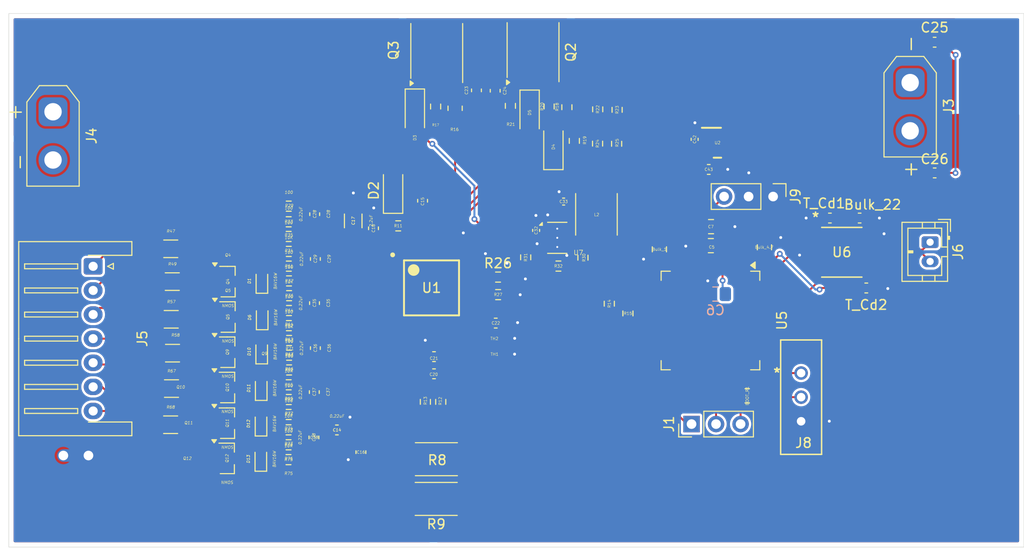
<source format=kicad_pcb>
(kicad_pcb (version 20241229) (generator "pcbnew") (generator_version "9.0")
  (layers (0 "F.Cu" signal) (2 "B.Cu" signal) (13 "F.Paste" user) (15 "B.Paste" user) (5 "F.SilkS" user "F.Silkscreen") (7 "B.SilkS" user "B.Silkscreen") (1 "F.Mask" user) (3 "B.Mask" user) (25 "Edge.Cuts" user))
  (net 0 "")
  (net 1 "Net-(J8-Pin_2)")
  (net 2 "/SWCLK")
  (net 3 "5V")
  (net 4 "Net-(U1-VC5)")
  (net 5 "VBAT")
  (net 6 "Net-(D6-K)")
  (net 7 "Net-(D1-K)")
  (net 8 "BAT+")
  (net 9 "Net-(D2-K)")
  (net 10 "Net-(D3-K)")
  (net 11 "DSG")
  (net 12 "Net-(D4-A)")
  (net 13 "PACK+")
  (net 14 "Net-(D5-K)")
  (net 15 "/SWDIO")
  (net 16 "/NRST")
  (net 17 "PACK-")
  (net 18 "BAT-")
  (net 19 "Cell 2")
  (net 20 "Cell 4")
  (net 21 "Cell 5")
  (net 22 "Cell 3")
  (net 23 "3.3v")
  (net 24 "Net-(U7-SW)")
  (net 27 "Net-(D10-K)")
  (net 29 "Net-(U1-VC4)")
  (net 30 "PACK")
  (net 34 "CHG")
  (net 35 "Net-(U1-TS3)")
  (net 36 "LD")
  (net 38 "Net-(D11-K)")
  (net 39 "Net-(U1-VC10)")
  (net 41 "Net-(U1-CP1)")
  (net 43 "Net-(D12-K)")
  (net 46 "Net-(U1-VC0)")
  (net 48 "SDA")
  (net 50 "Net-(U1-REG18)")
  (net 51 "Net-(U1-VC2)")
  (net 52 "Cell 1")
  (net 53 "Net-(U1-VC3)")
  (net 54 "Net-(D13-K)")
  (net 56 "SCL")
  (net 57 "Net-(U1-BAT)")
  (net 58 "SRN")
  (net 59 "Net-(U1-TS1)")
  (net 61 "Net-(U1-VC1)")
  (net 63 "SRP")
  (net 65 "Cell 6")
  (net 66 "Q_D")
  (net 86 "FDCAN_TX")
  (net 105 "FDCAN_RX")
  (net 111 "CAN+")
  (net 112 "CAN-")
  (net 113 "Net-(U7-PG)")
  (net 114 "Net-(U7-FB)")
  (net 115 "Net-(U1-RST_SHUT)")
  (net 116 "Net-(C23-Pad1)")
  (net 117 "Net-(C25-Pad1)")
  (net 118 "Net-(U1-HDQ)")
  (net 119 "Net-(R18-Pad2)")
  (net 120 "Net-(R22-Pad1)")
  (net 121 "Net-(R23-Pad1)")
  (net 122 "Net-(Q4-D)")
  (net 123 "Net-(Q5-D)")
  (net 124 "Net-(Q9-D)")
  (net 125 "Net-(Q10-D)")
  (net 126 "Net-(Q11-D)")
  (net 127 "Net-(Q12-D)")
  (net 132 "GND")
  (net 133 "Cell (Stack Bottom)")
  (footprint "Capacitor_SMD:C_0603_1608Metric" (layer "F.Cu") (at 64.73 36.815 -90)
    (property "Reference" "C15")
    (property "Value" "0.47uF")
  )
  (footprint "Resistor_SMD:R_0603_1608Metric_Pad0.98x0.95mm_HandSolder" (layer "F.Cu") (at 66.08 27.0475 90)
    (property "Reference" "R17")
    (property "Value" "10M")
  )
  (footprint "Resistor_SMD:R_0603_1608Metric_Pad0.98x0.95mm_HandSolder" (layer "F.Cu") (at 50.88 49.7675 180)
    (property "Reference" "R62")
    (property "Value" "100")
  )
  (footprint "Capacitor_SMD:C_0805_2012Metric_Pad1.18x1.45mm_HandSolder" (layer "F.Cu") (at 100.14 41.6425 90)
    (property "Reference" "Bulk_4.7")
    (property "Value" "4.7uF")
  )
  (footprint "Diode_SMD:D_SOD-123" (layer "F.Cu") (at 63.93 27.59 -90)
    (property "Reference" "D3")
    (property "Value" "16V MMSZ5246B-7-F")
  )
  (footprint "Resistor_SMD:R_0603_1608Metric_Pad0.98x0.95mm_HandSolder" (layer "F.Cu") (at 50.8725 43.5975 180)
    (property "Reference" "R61" (hide yes))
    (property "Value" "100")
  )
  (footprint "Package_TO_SOT_SMD:SOT-23_Handsoldering" (layer "F.Cu") (at 44.495 59.8775)
    (property "Reference" "Q11")
    (property "Value" "NMOS")
  )
  (footprint "Resistor_SMD:R_0603_1608Metric_Pad0.98x0.95mm_HandSolder" (layer "F.Cu") (at 50.84 63.6575 180)
    (property "Reference" "R75")
    (property "Value" "10K")
  )
  (footprint "Resistor_SMD:R_0603_1608Metric_Pad0.98x0.95mm_HandSolder" (layer "F.Cu") (at 50.8475 60.5675 180)
    (property "Reference" "R73")
    (property "Value" "10K")
  )
  (footprint "Capacitor_SMD:C_0805_2012Metric_Pad1.18x1.45mm_HandSolder" (layer "F.Cu") (at 94.59 41.47 180)
    (property "Reference" "C5")
    (property "Value" "100nF")
  )
  (footprint "Capacitor_SMD:C_0603_1608Metric" (layer "F.Cu") (at 94.37 33.57 180)
    (property "Reference" "C43")
    (property "Value" "1uF")
  )
  (footprint "Resistor_SMD:R_0603_1608Metric_Pad0.98x0.95mm_HandSolder" (layer "F.Cu") (at 66.61 57.6675 -90)
    (property "Reference" "R12")
    (property "Value" "100")
  )
  (footprint "Capacitor_SMD:C_0603_1608Metric" (layer "F.Cu") (at 65.914 52.978 180)
    (property "Reference" "C21")
    (property "Value" "100pF")
  )
  (footprint "Diode_SMD:D_SOD-123" (layer "F.Cu") (at 78.28 31.2275 90)
    (property "Reference" "D4")
    (property "Value" "100V")
  )
  (footprint "Diode_SMD:D_SOD-523" (layer "F.Cu") (at 48.085 45.145 90)
    (property "Reference" "D1")
    (property "Value" "BAV16W")
  )
  (footprint "Capacitor_SMD:C_0402_1005Metric" (layer "F.Cu") (at 79.34 36.9 180)
    (property "Reference" "C33")
    (property "Value" "22uF")
  )
  (footprint "Resistor_SMD:R_0603_1608Metric_Pad0.98x0.95mm_HandSolder" (layer "F.Cu") (at 82.855 30.8925 90)
    (property "Reference" "R24")
    (property "Value" "5.1k")
  )
  (footprint "Package_TO_SOT_SMD:TDSON-8-1" (layer "F.Cu") (at 66.195 21.5025 90)
    (property "Reference" "Q3")
    (property "Value" "CSD17327Q5A")
  )
  (footprint "Resistor_SMD:R_1206_3216Metric" (layer "F.Cu") (at 38.6925 49.1075)
    (property "Reference" "R57")
    (property "Value" "25")
  )
  (footprint "Capacitor_SMD:C_0402_1005Metric" (layer "F.Cu") (at 76.49 39.89 90)
    (property "Reference" "C32")
    (property "Value" "2.2uF")
  )
  (footprint "Diode_SMD:D_SOD-123" (layer "F.Cu") (at 61.675 35.7575 90)
    (property "Reference" "D2")
    (property "Value" "BAV16W")
  )
  (footprint "custom_components:THRMC1608X95N" (layer "F.Cu") (at 72.165 51.11)
    (property "Reference" "TH2")
    (property "Value" "Thermistor_NTC_US")
  )
  (footprint "Capacitor_SMD:C_0603_1608Metric" (layer "F.Cu") (at 53.475 61.3525 -90)
    (property "Reference" "C38")
    (property "Value" "0.22uF")
  )
  (footprint "custom_components:SOIC8_4P9X3P9MC_MCH" (layer "F.Cu") (at 108.1537 42.155)
    (property "Reference" "U6")
    (property "Value" "ATA6561-GAQW-N")
  )
  (footprint "Package_TO_SOT_SMD:SOT-23_Handsoldering" (layer "F.Cu") (at 44.505 56.1775)
    (property "Reference" "Q10")
    (property "Value" "NMOS")
  )
  (footprint "Capacitor_SMD:C_0603_1608Metric" (layer "F.Cu") (at 58.34 62.8825 -90)
    (property "Reference" "C16")
    (property "Value" "0.22uF")
  )
  (footprint "Capacitor_SMD:C_0805_2012Metric_Pad1.18x1.45mm_HandSolder" (layer "F.Cu") (at 89.26 41.8525 90)
    (property "Reference" "Bulk_1")
    (property "Value" "1uF")
  )
  (footprint "Resistor_SMD:R_0603_1608Metric_Pad0.98x0.95mm_HandSolder" (layer "F.Cu") (at 50.89 48.1975 180)
    (property "Reference" "R64")
    (property "Value" "100")
  )
  (footprint "Diode_SMD:D_SOD-523" (layer "F.Cu") (at 47.995 59.945 90)
    (property "Reference" "D12")
    (property "Value" "BAV16W")
  )
  (footprint "Resistor_SMD:R_0603_1608Metric_Pad0.98x0.95mm_HandSolder" (layer "F.Cu") (at 86 48.4975 90)
    (property "Reference" "R15")
    (property "Value" "4.7k")
  )
  (footprint "Capacitor_SMD:C_0603_1608Metric" (layer "F.Cu") (at 117.775 33.93)
    (property "Reference" "C26")
    (property "Value" "0.1uF")
  )
  (footprint "Capacitor_SMD:C_0402_1005Metric_Pad0.74x0.62mm_HandSolder" (layer "F.Cu") (at 92.91 30.45 90)
    (property "Reference" "C42")
    (property "Value" "0.1uF")
  )
  (footprint "Resistor_SMD:R_2512_6332Metric" (layer "F.Cu") (at 66.1425 67.73 180)
    (property "Reference" "R9")
    (property "Value" "0.004")
  )
  (footprint "Diode_SMD:D_SOD-523" (layer "F.Cu") (at 48.015 56.255 90)
    (property "Reference" "D11")
    (property "Value" "BAV16W")
  )
  (footprint "custom_components:THRMC1608X95N" (layer "F.Cu") (at 72.18 52.73 180)
    (property "Reference" "TH1")
    (property "Value" "Thermistor_NTC_US")
  )
  (footprint "Package_TO_SOT_SMD:SOT-23_Handsoldering" (layer "F.Cu") (at 44.555 45.2)
    (property "Reference" "Q4")
    (property "Value" "NMOS")
  )
  (footprint "Resistor_SMD:R_0805_2012Metric_Pad1.20x1.40mm_HandSolder" (layer "F.Cu") (at 98.36 57.04)
    (property "Reference" "BOOT_R1")
    (property "Value" "10k")
  )
  (footprint "Package_QFP:LQFP-64_10x10mm_P0.5mm" (layer "F.Cu") (at 94.55 49.23 -90)
    (property "Reference" "U5")
    (property "Value" "STM32G0B1RETx")
  )
  (footprint "Resistor_SMD:R_0603_1608Metric_Pad0.98x0.95mm_HandSolder" (layer "F.Cu") (at 50.8475 62.1175 180)
    (property "Reference" "R76")
    (property "Value" "100")
  )
  (footprint "Inductor_SMD:L_Coilcraft_XxL4040" (layer "F.Cu") (at 82.74 38.225 90)
    (property "Reference" "L2")
    (property "Value" "10uH")
  )
  (footprint "Resistor_SMD:R_1206_3216Metric" (layer "F.Cu") (at 38.6325 60.0375)
    (property "Reference" "R68")
    (property "Value" "25")
  )
  (footprint "Resistor_SMD:R_1206_3216Metric" (layer "F.Cu") (at 38.8025 45.1975)
    (property "Reference" "R49")
    (property "Value" "25")
  )
  (footprint "Capacitor_SMD:C_0603_1608Metric" (layer "F.Cu") (at 70.31 25.37 -90)
    (property "Reference" "C23")
    (property "Value" "0.1uF")
  )
  (footprint "Resistor_SMD:R_0603_1608Metric_Pad0.98x0.95mm_HandSolder" (layer "F.Cu") (at 62.205 39.42 180)
    (property "Reference" "R11")
    (property "Value" "100")
  )
  (footprint "Capacitor_SMD:C_0603_1608Metric" (layer "F.Cu") (at 53.535 47.4275 -90)
    (property "Reference" "C35")
    (property "Value" "0.22uF")
  )
  (footprint "Capacitor_SMD:C_0603_1608Metric" (layer "F.Cu") (at 59.645 39.67 -90)
    (property "Reference" "C18")
    (property "Value" "100pF")
  )
  (footprint "custom_components:PFB0048A_L" (layer "F.Cu") (at 65.655 45.85)
    (property "Reference" "U1")
    (property "Value" "PBQ76942PFBT")
  )
  (footprint "Resistor_SMD:R_1206_3216Metric" (layer "F.Cu") (at 38.645 41.7975)
    (property "Reference" "R47")
    (property "Value" "25")
  )
  (footprint "custom_components:DBV0005A_L" (layer "F.Cu") (at 95.285001 30.800002)
    (property "Reference" "U2")
    (property "Value" "TLV70430DBVR" (hide yes))
  )
  (footprint "Capacitor_SMD:C_0603_1608Metric" (layer "F.Cu") (at 55.855 60.5775 180)
    (property "Reference" "C14")
    (property "Value" "0.22uF")
  )
  (footprint "Capacitor_SMD:C_0603_1608Metric" (layer "F.Cu") (at 53.515 56.6525 -90)
    (property "Reference" "C37")
    (property "Value" "0.22uF")
  )
  (footprint "Capacitor_SMD:C_1206_3216Metric" (layer "F.Cu") (at 57.545 38.905 90)
    (property "Reference" "C17")
    (property "Value" "2.2uF")
  )
  (footprint "Capacitor_SMD:C_0603_1608Metric" (layer "F.Cu") (at 110.0025 38.61)
    (property "Reference" "Bulk_22")
    (property "Value" "22uF")
  )
  (footprint "Capacitor_SMD:C_0603_1608Metric" (layer "F.Cu") (at 53.555 38.2075 -90)
    (property "Reference" "C28")
    (property "Value" "0.22uF")
  )
  (footprint "Capacitor_SMD:C_0603_1608Metric" (layer "F.Cu") (at 72.25 25.41 90)
    (property "Reference" "C24")
    (property "Value" "0.1uF")
  )
  (footprint "Package_TO_SOT_SMD:SOT-23_Handsoldering" (layer "F.Cu") (at 44.555 48.87)
    (property "Reference" "Q5")
    (property "Value" "NMOS")
  )
  (footprint "Resistor_SMD:R_0603_1608Metric_Pad0.98x0.95mm_HandSolder" (layer "F.Cu") (at 84.88 27.3875 90)
    (property "Reference" "R23")
    (property "Value" "5.1k")
  )
  (footprint "Resistor_SMD:R_0603_1608Metric_Pad0.98x0.95mm_HandSolder" (layer "F.Cu") (at 50.86 38.9975 180)
    (property "Reference" "R33")
    (property "Value" "100")
  )
  (footprint "custom_components:slide_switch_EGER1218_Thruster" (layer "F.Cu") (at 103.94 54.68)
    (property "Reference" "J8")
    (property "Value" "Conn_01x03")
  )
  (footprint "Resistor_SMD:R_0603_1608Metric_Pad0.98x0.95mm_HandSolder" (layer "F.Cu") (at 50.865 37.3775 180)
    (property "Reference" "R29")
    (property "Value" "100")
  )
  (footprint "Resistor_SMD:R_0603_1608Metric_Pad0.98x0.95mm_HandSolder" (layer "F.Cu") (at 84.07 47.4875 90)
    (property "Reference" "R14")
    (property "Value" "4.7k")
  )
  (footprint "Resistor_SMD:R_0603_1608Metric_Pad0.98x0.95mm_HandSolder" (layer "F.Cu") (at 72.555 46.55)
    (property "Reference" "R27")
    (property "Value" "1K")
  )
  (footprint "Connector_AMASS:AMASS_XT30UPB-F_1x02_P5.0mm_Vertical" (layer "F.Cu") (at 26.45 27.59 -90)
    (property "Reference" "J4")
    (property "Value" "Conn_01x02")
  )
  (footprint "Connector_AMASS:AMASS_XT30UPB-M_1x02_P5.0mm_Vertical" (layer "F.Cu") (at 115.235 24.565 -90)
    (property "Reference" "J3")
    (property "Value" "Conn_01x02")
  )
  (footprint "Resistor_SMD:R_0603_1608Metric_Pad0.98x0.95mm_HandSolder" (layer "F.Cu") (at 50.87 42.0675 180)
    (property "Reference" "R34")
    (property "Value" "10K")
  )
  (footprint "Connector_PinHeader_2.54mm:PinHeader_1x03_P2.54mm_Vertical" (layer "F.Cu") (at 92.59 59.97 90)
    (property "Reference" "J1")
    (property "Value" "Conn_01x03_Pin")
  )
  (footprint "NetTie:NetTie-2_THT_Pad1.0mm" (layer "F.Cu") (at 30.12 63.23 180)
    (property "Reference" "NT1" (hide yes))
    (property "Value" "NetTie_2" (hide yes))
  )
  (footprint "Resistor_SMD:R_0603_1608Metric_Pad0.98x0.95mm_HandSolder" (layer "F.Cu") (at 50.8925 45.1275 180)
    (property "Reference" "R37" (hide yes))
    (property "Value" "100")
  )
  (footprint "Resistor_SMD:R_0603_1608Metric_Pad0.98x0.95mm_HandSolder" (layer "F.Cu") (at 75.41 42.6825 90)
    (property "Reference" "R31")
    (property "Value" "3.5K")
  )
  (footprint "Package_TO_SOT_SMD:TDSON-8-1" (layer "F.Cu") (at 76.1725 21.4125 90)
    (property "Reference" "Q2")
    (property "Value" "CSD17327Q5A")
  )
  (footprint "Resistor_SMD:R_1206_3216Metric" (layer "F.Cu") (at 38.7225 56.2875)
    (property "Reference" "R67")
    (property "Value" "25")
  )
  (footprint "Resistor_SMD:R_0603_1608Metric_Pad0.98x0.95mm_HandSolder" (layer "F.Cu") (at 80.45 30.6075 -90)
    (property "Reference" "R19")
    (property "Value" "5.1k")
  )
  (footprint "Capacitor_SMD:C_0805_2012Metric_Pad1.18x1.45mm_HandSolder" (layer "F.Cu") (at 94.61 39.5)
    (property "Reference" "C7")
    (property "Value" "100nF")
  )
  (footprint "Capacitor_SMD:C_0603_1608Metric_Pad1.08x0.95mm_HandSolder" (layer "F.Cu") (at 110.6925 45.86)
    (property "Reference" "T_Cd2")
    (property "Value" "100nF")
  )
  (footprint "Resistor_SMD:R_0603_1608Metric_Pad0.98x0.95mm_HandSolder" (layer "F.Cu") (at 50.9025 46.6575 180)
    (property "Reference" "R36" (hide yes))
    (property "Value" "10K")
  )
  (footprint "Resistor_SMD:R_0603_1608Metric_Pad0.98x0.95mm_HandSolder" (layer "F.Cu") (at 78.8 43.59 180)
    (property "Reference" "R32")
    (property "Value" "2M")
  )
  (footprint "Connector_PinHeader_2.54mm:PinHeader_1x03_P2.54mm_Vertical" (layer "F.Cu") (at 101.04 36.38 -90)
    (property "Reference" "J9")
    (property "Value" "Conn_01x03_Pin")
  )
  (footprint "Resistor_SMD:R_0805_2012Metric_Pad1.20x1.40mm_HandSolder" (layer "F.Cu") (at 68.1 27.2275 -90)
    (property "Reference" "R16")
    (property "Value" "5.1k")
  )
  (footprint "Connector_JST:JST_PH_B2B-PH-K_1x02_P2.00mm_Vertical" (layer "F.Cu") (at 117.3 41.11 -90)
    (property "Reference" "J6")
    (property "Value" "Conn_01x02")
  )
  (footprint "Resistor_SMD:R_1206_3216Metric" (layer "F.Cu") (at 38.8275 52.6175)
    (property "Reference" "R58")
    (property "Value" "25")
  )
  (footprint "Resistor_SMD:R_0603_1608Metric_Pad0.98x0.95mm_HandSolder" (layer "F.Cu") (at 50.86 55.8975 180)
    (property "Reference" "R65")
    (property "Value" "10K")
  )
  (footprint "Resistor_SMD:R_0603_1608Metric_Pad0.98x0.95mm_HandSolder" (layer "F.Cu") (at 50.87 57.4275 180)
    (property "Reference" "R72")
    (property "Value" "100")
  )
  (footprint "Resistor_SMD:R_0603_1608Metric_Pad0.98x0.95mm_HandSolder" (layer "F.Cu") (at 73.8275 26.9775 90)
    (property "Reference" "R21")
    (property "Value" "10M")
  )
  (footprint "Capacitor_SMD:C_0603_1608Metric_Pad1.08x0.95mm_HandSolder" (layer "F.Cu") (at 72.3075 49.5)
    (property "Reference" "C22")
    (property "Value" "2.2uF")
  )
  (footprint "Resistor_SMD:R_0603_1608Metric_Pad0.98x0.95mm_HandSolder" (layer "F.Cu") (at 82.87 27.335 90)
    (property "Reference" "R22")
    (property "Value" "5.1k")
  )
  (footprint "Capacitor_SMD:C_0603_1608Metric" (layer "F.Cu") (at 53.625 42.8525 -90)
    (property "Reference" "C29")
    (property "Value" "0.22uF")
  )
  (footprint "Connector_JST:JST_XH_S7B-XH-A-1_1x07_P2.50mm_Horizontal" (layer "F.Cu") (at 30.605 43.6135 -90)
    (property "Reference" "J5")
    (property "Value" "Conn_01x07")
  )
  (footprint "Diode_SMD:D_SOD-523" (layer "F.Cu") (at 47.975 63.5975 90)
    (property "Reference" "D13")
    (property "Value" "BAV16W")
  )
  (footprint "Resistor_SMD:R_2512_6332Metric" (layer "F.Cu") (at 66.16 63.61 180)
    (property "Reference" "R8")
    (property "Value" "0.004")
  )
  (footprint "Resistor_SMD:R_0603_1608Metric_Pad0.98x0.95mm_HandSolder" (layer "F.Cu") (at 50.8575 58.9775 180)
    (property "Reference" "R74")
    (property "Value" "100")
  )
  (footprint "Resistor_SMD:R_0603_1608Metric_Pad0.98x0.95mm_HandSolder" (layer "F.Cu") (at 84.83 30.9075 90)
    (property "Reference" "R25")
    (property "Value" "5.1k")
  )
  (footprint "Resistor_SMD:R_0603_1608Metric_Pad0.98x0.95mm_HandSolder" (layer "F.Cu") (at 50.9025 54.3575 180)
    (property "Reference" "R71")
    (property "Value" "100")
  )
  (footprint "Resistor_SMD:R_0603_1608Metric_Pad0.98x0.95mm_HandSolder" (layer "F.Cu") (at 72.5475 44.73)
    (property "Reference" "R26")
    (property "Value" "1K")
  )
  (footprint "Diode_SMD:D_SOD-123" (layer "F.Cu") (at 75.8175 27.7 -90)
    (property "Reference" "D5")
    (property "Value" "16V MMSZ5246B-7-F")
  )
  (footprint "Capacitor_SMD:C_0603_1608Metric" (layer "F.Cu") (at 65.914 54.756)
    (property "Reference" "C20")
    (property "Value" "0.1uF")
  )
  (footprint "Resistor_SMD:R_0603_1608Metric_Pad0.98x0.95mm_HandSolder" (layer "F.Cu") (at 77.8375 27.04 -90)
    (property "Reference" "R20")
    (property "Value" "5.1k")
  )
  (footprint "Resistor_SMD:R_0603_1608Metric_Pad0.98x0.95mm_HandSolder" (layer "F.Cu") (at 81.34 42.7175 90)
    (property "Reference" "R30")
    (property "Value" "10K")
  )
  (footprint "Package_SON:WSON-10-1EP_2x3mm_P0.5mm_EP0.84x2.4mm_ThermalVias" (layer "F.Cu") (at 78.68 40.66)
    (property "Reference" "U7")
    (property "Value" "TPS62175DQCR")
  )
  (footprint "Resistor_SMD:R_0603_1608Metric_Pad0.98x0.95mm_HandSolder" (layer "F.Cu") (at 50.8575 40.5175 180)
    (property "Reference" "R35")
    (property "Value" "100")
  )
  (footprint "Resistor_SMD:R_0603_1608Metric_Pad0.98x0.95mm_HandSolder" (layer "F.Cu") (at 50.9025 52.8275 180)
    (property "Reference" "R66")
    (property "Value" "100")
  )
  (footprint "Diode_SMD:D_SOD-523" (layer "F.Cu") (at 48.115 48.9275 90)
    (property "Reference" "D6")
    (property "Value" "BAV16W")
  )
  (footprint "Diode_SMD:D_SOD-523" (layer "F.Cu") (at 48.065 52.4675 90)
    (property "Reference" "D10")
    (property "Value" "BAV16W")
  )
  (footprint "Resistor_SMD:R_0603_1608Metric_Pad0.98x0.95mm_HandSolder" (layer "F.Cu") (at 79.6775 27.1175 -90)
    (property "Reference" "R18")
    (property "Value" "5.1k")
  )
  (footprint "Capacitor_SMD:C_0603_1608Metric" (layer "F.Cu") (at 53.625 52.0925 -90)
    (property "Reference" "C36")
    (property "Value" "0.22uF")
  )
  (footprint "Package_TO_SOT_SMD:SOT-23_Handsoldering" (layer "F.Cu") (at 44.475 63.5275)
    (property "Reference" "Q12")
    (property "Value" "NMOS")
  )
  (footprint "Package_TO_SOT_SMD:SOT-23_Handsoldering" (layer "F.Cu") (at 44.525 52.52)
    (property "Reference" "Q9")
    (property "Value" "NMOS")
  )
  (footprint "Capacitor_SMD:C_0603_1608Metric" (layer "F.Cu") (at 106.9225 38.61 180)
    (property "Reference" "T_Cd1")
    (property "Value" "100nF")
  )
  (footprint "Capacitor_SMD:C_0603_1608Metric" (layer "F.Cu") (at 117.77 20.38 180)
    (property "Reference" "C25")
    (property "Value" "0.1uF")
  )
  (footprint "Resistor_SMD:R_0603_1608Metric_Pad0.98x0.95mm_HandSolder" (layer "F.Cu") (at 50.9025 51.3075 180)
    (property "Reference" "R63")
    (property "Value" "10K")
  )
  (footprint "Resistor_SMD:R_0603_1608Metric_Pad0.98x0.95mm_HandSolder" (layer "F.Cu") (at 65.019 57.665 -90)
    (property "Reference" "R13")
    (property "Value" "100")
  )
  (footprint "Capacitor_SMD:C_0805_2012Metric_Pad1.18x1.45mm_HandSolder" (layer "B.Cu") (at 95.0525 46.49)
    (property "Reference" "C6")
    (property "Value" "100nF")
  )
  (gr_rect (start 21.87 17.4) (end 127.02 72.72) (stroke (width 0.05)) (fill no) (layer "Edge.Cuts"))
  (segment (start 99.5 57.18) (end 99.36 57.04) (width 0.2) (layer "F.Cu") (net 1))
  (segment (start 103.94 57.18) (end 99.5 57.18) (width 0.2) (layer "F.Cu") (net 1))
  (segment (start 97.67 57.35) (end 97.36 57.04) (width 0.2) (layer "F.Cu") (net 2))
  (segment (start 97.36 57.04) (end 97.3 56.98) (width 0.2) (layer "F.Cu") (net 2))
  (segment (start 97.3 56.98) (end 97.3 54.905) (width 0.2) (layer "F.Cu") (net 2))
  (segment (start 97.67 59.97) (end 97.67 57.35) (width 0.2) (layer "F.Cu") (net 2))
  (segment (start 84.07 45.02) (end 84.07 46.575) (width 0.2) (layer "F.Cu") (net 3))
  (segment (start 91.5125 31.0175) (end 91.5125 28.9175) (width 0.2) (layer "F.Cu") (net 3))
  (segment (start 84.99 46.575) (end 86 47.585) (width 0.2) (layer "F.Cu") (net 3))
  (segment (start 107.6975 38.61) (end 107.6975 41.488399) (width 0.2) (layer "F.Cu") (net 3))
  (segment (start 81.34 43.63) (end 81.36 43.63) (width 0.2) (layer "F.Cu") (net 3))
  (segment (start 82.29 40.94) (end 82.57 40.66) (width 0.2) (layer "F.Cu") (net 3))
  (segment (start 107.6975 38.61) (end 109.2275 38.61) (width 0.2) (layer "F.Cu") (net 3))
  (segment (start 79.96 37.04) (end 79.82 36.9) (width 0.2) (layer "F.Cu") (net 3))
  (segment (start 81.36 43.63) (end 82.29 42.7) (width 0.2) (layer "F.Cu") (net 3))
  (segment (start 82.74 37.04) (end 79.96 37.04) (width 0.2) (layer "F.Cu") (net 3))
  (segment (start 91.5125 28.9175) (end 92.67 27.76) (width 0.2) (layer "F.Cu") (net 3))
  (segment (start 86.1 35.59) (end 86.1 42.99) (width 0.2) (layer "F.Cu") (net 3))
  (segment (start 85.45 38.65) (end 83.84 37.04) (width 0.2) (layer "F.Cu") (net 3))
  (segment (start 83.84 37.04) (end 82.74 37.04) (width 0.2) (layer "F.Cu") (net 3))
  (segment (start 83.97 37.04) (end 82.74 37.04) (width 0.2) (layer "F.Cu") (net 3))
  (segment (start 93.792502 31.0175) (end 94.01 30.800002) (width 0.2) (layer "F.Cu") (net 3))
  (segment (start 79.82 39.52) (end 79.82 36.9) (width 0.2) (layer "F.Cu") (net 3))
  (segment (start 79.82 36.9) (end 79.82 36.03) (width 0.2) (layer "F.Cu") (net 3))
  (segment (start 107.6975 41.488399) (end 106.395899 42.79) (width 0.2) (layer "F.Cu") (net 3))
  (segment (start 92.67 27.76) (end 96.8475 27.76) (width 0.2) (layer "F.Cu") (net 3))
  (segment (start 80.26 35.59) (end 86.1 35.59) (width 0.2) (layer "F.Cu") (net 3))
  (segment (start 82.29 42.7) (end 82.29 40.94) (width 0.2) (layer "F.Cu") (net 3))
  (segment (start 79.68 40.66) (end 82.57 40.66) (width 0.2) (layer "F.Cu") (net 3))
  (segment (start 86.1 35.59) (end 88.3375 35.59) (width 0.2) (layer "F.Cu") (net 3))
  (segment (start 86.1 42.99) (end 84.07 45.02) (width 0.2) (layer "F.Cu") (net 3))
  (segment (start 92.91 31.0175) (end 91.5125 31.0175) (width 0.2) (layer "F.Cu") (net 3))
  (segment (start 79.82 36.03) (end 80.26 35.59) (width 0.2) (layer "F.Cu") (net 3))
  (segment (start 84.87 40.66) (end 85.45 40.08) (width 0.2) (layer "F.Cu") (net 3))
  (segment (start 106.395899 42.79) (end 105.6899 42.79) (width 0.2) (layer "F.Cu") (net 3))
  (segment (start 84.07 46.575) (end 84.99 46.575) (width 0.2) (layer "F.Cu") (net 3))
  (segment (start 93.827498 30.6175) (end 94.01 30.800002) (width 0.2) (layer "F.Cu") (net 3))
  (segment (start 79.7125 43.59) (end 81.3 43.59) (width 0.2) (layer "F.Cu") (net 3))
  (segment (start 88.3375 35.59) (end 92.91 31.0175) (width 0.2) (layer "F.Cu") (net 3))
  (segment (start 82.57 40.66) (end 84.87 40.66) (width 0.2) (layer "F.Cu") (net 3))
  (segment (start 96.8475 27.76) (end 107.6975 38.61) (width 0.2) (layer "F.Cu") (net 3))
  (segment (start 92.91 31.0175) (end 93.792502 31.0175) (width 0.2) (layer "F.Cu") (net 3))
  (segment (start 81.3 43.59) (end 81.34 43.63) (width 0.2) (layer "F.Cu") (net 3))
  (segment (start 79.68 39.66) (end 79.82 39.52) (width 0.2) (layer "F.Cu") (net 3))
  (segment (start 85.45 40.08) (end 85.45 38.65) (width 0.2) (layer "F.Cu") (net 3))
  (segment (start 62.455999 44.701) (end 62.455999 45.276454) (width 0.2) (layer "F.Cu") (net 4))
  (segment (start 61.529999 46.599998) (end 62.132452 46.599998) (width 0.2) (layer "F.Cu") (net 4))
  (segment (start 62.132452 46.599998) (end 62.455999 46.923545) (width 0.2) (layer "F.Cu") (net 4))
  (segment (start 53.555 39.79761) (end 57.357389 43.599999) (width 0.2) (layer "F.Cu") (net 4))
  (segment (start 53.54 38.9975) (end 53.555 38.9825) (width 0.2) (layer "F.Cu") (net 4))
  (segment (start 62.455999 43.923543) (end 62.455999 44.499) (width 0.2) (layer "F.Cu") (net 4))
  (segment (start 62.455999 45.276454) (end 62.132453 45.6) (width 0.2) (layer "F.Cu") (net 4))
  (segment (start 62.455999 47.276455) (end 62.132455 47.599999) (width 0.2) (layer "F.Cu") (net 4))
  (segment (start 62.132453 45.6) (end 61.529999 45.6) (width 0.2) (layer "F.Cu") (net 4))
  (segment (start 51.7725 38.9975) (end 53.54 38.9975) (width 0.2) (layer "F.Cu") (net 4))
  (segment (start 61.529999 43.599999) (end 62.132455 43.599999) (width 0.2) (layer "F.Cu") (net 4))
  (segment (start 61.529999 44.6) (end 62.354999 44.6) (width 0.2) (layer "F.Cu") (net 4))
  (segment (start 62.455999 46.923545) (end 62.455999 47.276455) (width 0.2) (layer "F.Cu") (net 4))
  (segment (start 53.555 39.79761) (end 53.555 38.9825) (width 0.2) (layer "F.Cu") (net 4))
  (segment (start 62.455999 46.498998) (end 62.354999 46.599998) (width 0.2) (layer "F.Cu") (net 4))
  (segment (start 53.625 42.0775) (end 54.9375 42.0775) (width 0.2) (layer "F.Cu") (net 4))
  (segment (start 61.529999 45.6) (end 62.132454 45.6) (width 0.2) (layer "F.Cu") (net 4))
  (segment (start 62.455999 44.499) (end 62.354999 44.6) (width 0.2) (layer "F.Cu") (net 4))
  (segment (start 62.132455 47.599999) (end 61.529999 47.599999) (width 0.2) (layer "F.Cu") (net 4))
  (segment (start 62.354999 44.6) (end 62.455999 44.701) (width 0.2) (layer "F.Cu") (net 4))
  (segment (start 51.77 39) (end 51.7725 38.9975) (width 0.2) (layer "F.Cu") (net 4))
  (segment (start 51.77 40.5175) (end 51.77 39) (width 0.2) (layer "F.Cu") (net 4))
  (segment (start 62.132454 45.6) (end 62.455999 45.923545) (width 0.2) (layer "F.Cu") (net 4))
  (segment (start 54.9375 42.0775) (end 57.46 44.6) (width 0.2) (layer "F.Cu") (net 4))
  (segment (start 62.354999 46.599998) (end 61.529999 46.599998) (width 0.2) (layer "F.Cu") (net 4))
  (segment (start 62.132455 43.599999) (end 62.455999 43.923543) (width 0.2) (layer "F.Cu") (net 4))
  (segment (start 62.455999 45.923545) (end 62.455999 46.498998) (width 0.2) (layer "F.Cu") (net 4))
  (segment (start 57.357389 43.599999) (end 61.529999 43.599999) (width 0.2) (layer "F.Cu") (net 4))
  (segment (start 57.46 44.6) (end 61.529999 44.6) (width 0.2) (layer "F.Cu") (net 4))
  (segment (start 51.7825 42.0675) (end 51.7825 40.53) (width 0.2) (layer "F.Cu") (net 4))
  (segment (start 51.7825 40.53) (end 51.77 40.5175) (width 0.2) (layer "F.Cu") (net 4))
  (segment (start 95.8 43.555) (end 95.8 45.08) (width 0.2) (layer "F.Cu") (net 5))
  (segment (start 95.8 45.08) (end 95.81 45.09) (width 0.2) (layer "F.Cu") (net 5))
  (via (at 95.81 45.09) (size 0.6) (drill 0.3) (layers "F.Cu" "B.Cu") (net 5))
  (segment (start 95.81 45.09) (end 95.81 46.21) (width 0.2) (layer "B.Cu") (net 5))
  (segment (start 95.81 46.21) (end 96.09 46.49) (width 0.2) (layer "B.Cu") (net 5))
  (segment (start 48.766 48.9765) (end 48.766 47.8815) (width 0.2) (layer "F.Cu") (net 6))
  (segment (start 48.766 47.8815) (end 49.99 46.6575) (width 0.2) (layer "F.Cu") (net 6))
  (segment (start 47.9225 49.82) (end 48.115 49.6275) (width 0.2) (layer "F.Cu") (net 6))
  (segment (start 48.115 49.6275) (end 48.766 48.9765) (width 0.2) (layer "F.Cu") (net 6))
  (segment (start 43.055 49.82) (end 47.9225 49.82) (width 0.2) (layer "F.Cu") (net 6))
  (segment (start 43.055 46.15) (end 47.78 46.15) (width 0.2) (layer "F.Cu") (net 7))
  (segment (start 49.1715 42.8535) (end 49.9575 42.0675) (width 0.2) (layer "F.Cu") (net 7))
  (segment (start 47.78 46.15) (end 48.085 45.845) (width 0.2) (layer "F.Cu") (net 7))
  (segment (start 48.085 45.845) (end 49.1715 44.7585) (width 0.2) (layer "F.Cu") (net 7))
  (segment (start 49.1715 44.7585) (end 49.1715 42.8535) (width 0.2) (layer "F.Cu") (net 7))
  (segment (start 77.68 40.66) (end 77.68 40.16) (width 0.2) (layer "F.Cu") (net 8))
  (segment (start 76.49 40.37) (end 77.47 40.37) (width 0.2) (layer "F.Cu") (net 8))
  (segment (start 76.49 40.37) (end 71.75 40.37) (width 0.2) (layer "F.Cu") (net 8))
  (segment (start 61.675 31.495) (end 63.93 29.24) (width 0.2) (layer "F.Cu") (net 8))
  (segment (start 77.67 40.15) (end 77.68 40.16) (width 0.2) (layer "F.Cu") (net 8))
  (segment (start 71.75 40.37) (end 70.1 38.72) (width 0.2) (layer "F.Cu") (net 8))
  (segment (start 65.6 30.91) (end 63.93 29.24) (width 0.2) (layer "F.Cu") (net 8))
  (segment (start 65.74 30.91) (end 65.6 30.91) (width 0.2) (layer "F.Cu") (net 8))
  (segment (start 77.47 40.37) (end 77.68 40.16) (width 0.2) (layer "F.Cu") (net 8))
  (segment (start 61.675 34.1075) (end 61.675 31.495) (width 0.2) (layer "F.Cu") (net 8))
  (via (at 65.74 30.91) (size 0.6) (drill 0.3) (layers "F.Cu" "B.Cu") (net 8))
  (via (at 70.1 38.72) (size 0.6) (drill 0.3) (layers "F.Cu" "B.Cu") (net 8))
  (segment (start 70.1 35.27) (end 65.74 30.91) (width 0.2) (layer "B.Cu") (net 8))
  (segment (start 70.1 38.72) (end 70.1 35.27) (width 0.2) (layer "B.Cu") (net 8))
  (segment (start 61.2925 39.42) (end 61.2925 37.79) (width 0.2) (layer "F.Cu") (net 9))
  (segment (start 61.2925 37.79) (end 61.675 37.4075) (width 0.2) (layer "F.Cu") (net 9))
  (segment (start 65.885 25.94) (end 66.08 26.135) (width 0.2) (layer "F.Cu") (net 10))
  (segment (start 63.93 25.94) (end 65.885 25.94) (width 0.2) (layer "F.Cu") (net 10))
  (segment (start 66.08 26.135) (end 66.345 26.135) (width 0.2) (layer "F.Cu") (net 10))
  (segment (start 68.1 26.2275) (end 68.1 24.4025) (width 0.2) (layer "F.Cu") (net 10))
  (segment (start 66.345 26.135) (end 66.4375 26.2275) (width 0.2) (layer "F.Cu") (net 10))
  (segment (start 66.4375 26.2275) (end 68.1 26.2275) (width 0.2) (layer "F.Cu") (net 10))
  (segment (start 72.9325 32.8775) (end 78.28 32.8775) (width 0.2) (layer "F.Cu") (net 11))
  (segment (start 78.28 32.8775) (end 79.0925 32.8775) (width 0.2) (layer "F.Cu") (net 11))
  (segment (start 79.0925 32.8775) (end 80.45 31.52) (width 0.2) (layer "F.Cu") (net 11))
  (segment (start 65.405 40.405) (end 72.9325 32.8775) (width 0.2) (layer "F.Cu") (net 11))
  (segment (start 65.405 41.724999) (end 65.405 40.405) (width 0.2) (layer "F.Cu") (net 11))
  (segment (start 78.28 29.5775) (end 78.28 28.395) (width 0.2) (layer "F.Cu") (net 12))
  (segment (start 78.28 28.395) (end 77.8375 27.9525) (width 0.2) (layer "F.Cu") (net 12))
  (segment (start 77.8375 24.5525) (end 78.0775 24.3125) (width 0.2) (layer "F.Cu") (net 14))
  (segment (start 79.6775 26.205) (end 73.9675 26.205) (width 0.2) (layer "F.Cu") (net 14))
  (segment (start 77.8375 26.1275) (end 77.8375 24.5525) (width 0.2) (layer "F.Cu") (net 14))
  (segment (start 73.9675 26.205) (end 73.8275 26.065) (width 0.2) (layer "F.Cu") (net 14))
  (segment (start 95.13 57.383824) (end 96.8 55.713824) (width 0.2) (layer "F.Cu") (net 15))
  (segment (start 95.13 59.97) (end 95.13 57.383824) (width 0.2) (layer "F.Cu") (net 15))
  (segment (start 96.8 55.713824) (end 96.8 54.905) (width 0.2) (layer "F.Cu") (net 15))
  (segment (start 89.34 54.52) (end 92.8 51.06) (width 0.2) (layer "F.Cu") (net 16))
  (segment (start 92.13 59.97) (end 89.34 57.18) (width 0.2) (layer "F.Cu") (net 16))
  (segment (start 92.59 59.97) (end 92.13 59.97) (width 0.2) (layer "F.Cu") (net 16))
  (segment (start 92.8 51.06) (end 92.8 43.555) (width 0.2) (layer "F.Cu") (net 16))
  (segment (start 89.34 57.18) (end 89.34 54.52) (width 0.2) (layer "F.Cu") (net 16))
  (segment (start 66.61 58.58) (end 66.61 61.0975) (width 0.2) (layer "F.Cu") (net 17))
  (segment (start 66.61 61.0975) (end 69.1225 63.61) (width 0.2) (layer "F.Cu") (net 17))
  (segment (start 65.019 61.7885) (end 63.1975 63.61) (width 0.2) (layer "F.Cu") (net 18))
  (segment (start 65.019 58.5775) (end 65.019 61.7885) (width 0.2) (layer "F.Cu") (net 18))
  (segment (start 40.185 56.2875) (end 45.895 56.2875) (width 0.2) (layer "F.Cu") (net 19))
  (segment (start 46.005 56.1775) (end 47.3925 56.1775) (width 0.2) (layer "F.Cu") (net 19))
  (segment (start 47.3925 56.1775) (end 48.015 55.555) (width 0.2) (layer "F.Cu") (net 19))
  (segment (start 30.605 53.6135) (end 30.785 53.7935) (width 0.2) (layer "F.Cu") (net 19))
  (segment (start 49.99 54.3575) (end 49.99 52.8275) (width 0.2) (layer "F.Cu") (net 19))
  (segment (start 45.895 56.2875) (end 46.005 56.1775) (width 0.2) (layer "F.Cu") (net 19))
  (segment (start 48.7925 55.555) (end 49.99 54.3575) (width 0.2) (layer "F.Cu") (net 19))
  (segment (start 37.691 53.7935) (end 40.185 56.2875) (width 0.2) (layer "F.Cu") (net 19))
  (segment (start 30.785 53.7935) (end 37.691 53.7935) (width 0.2) (layer "F.Cu") (net 19))
  (segment (start 48.095 55.7375) (end 48.095 55.505) (width 0.2) (layer "F.Cu") (net 19))
  (segment (start 48.015 55.555) (end 48.7925 55.555) (width 0.2) (layer "F.Cu") (net 19))
  (segment (start 47.4725 48.87) (end 48.115 48.2275) (width 0.2) (layer "F.Cu") (net 20))
  (segment (start 40.155 49.1075) (end 45.8175 49.1075) (width 0.2) (layer "F.Cu") (net 20))
  (segment (start 48.115 48.2275) (end 48.115 46.9925) (width 0.2) (layer "F.Cu") (net 20))
  (segment (start 46.055 48.87) (end 47.4725 48.87) (width 0.2) (layer "F.Cu") (net 20))
  (segment (start 30.605 48.6135) (end 31.287 47.9315) (width 0.2) (layer "F.Cu") (net 20))
  (segment (start 49.98 43.6175) (end 49.96 43.5975) (width 0.2) (layer "F.Cu") (net 20))
  (segment (start 49.98 45.1275) (end 49.98 43.6175) (width 0.2) (layer "F.Cu") (net 20))
  (segment (start 45.8175 49.1075) (end 46.055 48.87) (width 0.2) (layer "F.Cu") (net 20))
  (segment (start 48.115 46.9925) (end 49.98 45.1275) (width 0.2) (layer "F.Cu") (net 20))
  (segment (start 38.979 47.9315) (end 40.155 49.1075) (width 0.2) (layer "F.Cu") (net 20))
  (segment (start 31.287 47.9315) (end 38.979 47.9315) (width 0.2) (layer "F.Cu") (net 20))
  (segment (start 32.697 44.0215) (end 38.8394 44.0215) (width 0.2) (layer "F.Cu") (net 21))
  (segment (start 46.055 45.2) (end 47.33 45.2) (width 0.2) (layer "F.Cu") (net 21))
  (segment (start 30.605 46.1135) (end 32.697 44.0215) (width 0.2) (layer "F.Cu") (net 21))
  (segment (start 40.265 45.1975) (end 46.0525 45.1975) (width 0.2) (layer "F.Cu") (net 21))
  (segment (start 48.085 42.3775) (end 49.945 40.5175) (width 0.2) (layer "F.Cu") (net 21))
  (segment (start 49.945 40.5175) (end 49.945 39) (width 0.2) (layer "F.Cu") (net 21))
  (segment (start 38.8394 44.0215) (end 40.0154 45.1975) (width 0.2) (layer "F.Cu") (net 21))
  (segment (start 46.0525 45.1975) (end 46.055 45.2) (width 0.2) (layer "F.Cu") (net 21))
  (segment (start 48.085 44.445) (end 48.085 42.3775) (width 0.2) (layer "F.Cu") (net 21))
  (segment (start 40.0154 45.1975) (end 40.265 45.1975) (width 0.2) (layer "F.Cu") (net 21))
  (segment (start 49.945 39) (end 49.9475 38.9975) (width 0.2) (layer "F.Cu") (net 21))
  (segment (start 47.33 45.2) (end 48.085 44.445) (width 0.2) (layer "F.Cu") (net 21))
  (segment (start 49.9875 38.93) (end 49.99 38.9275) (width 0.2) (layer "F.Cu") (net 21))
  (segment (start 38.786 51.1135) (end 40.29 52.6175) (width 0.2) (layer "F.Cu") (net 22))
  (segment (start 40.29 52.6175) (end 45.9275 52.6175) (width 0.2) (layer "F.Cu") (net 22))
  (segment (start 30.605 51.1135) (end 38.786 51.1135) (width 0.2) (layer "F.Cu") (net 22))
  (segment (start 49.9675 49.7675) (end 49.9675 48.2075) (width 0.2) (layer "F.Cu") (net 22))
  (segment (start 45.9275 52.6175) (end 46.025 52.52) (width 0.2) (layer "F.Cu") (net 22))
  (segment (start 46.025 52.52) (end 47.3125 52.52) (width 0.2) (layer "F.Cu") (net 22))
  (segment (start 49.9675 48.2075) (end 49.9775 48.1975) (width 0.2) (layer "F.Cu") (net 22))
  (segment (start 48.065 51.7675) (end 49.9675 49.865) (width 0.2) (layer "F.Cu") (net 22))
  (segment (start 49.9675 49.865) (end 49.9675 49.7675) (width 0.2) (layer "F.Cu") (net 22))
  (segment (start 47.3125 52.52) (end 48.065 51.7675) (width 0.2) (layer "F.Cu") (net 22))
  (segment (start 98.33 52.91) (end 100.1 54.68) (width 0.2) (layer "F.Cu") (net 23))
  (segment (start 94.01 33.155) (end 93.595 33.57) (width 0.2) (layer "F.Cu") (net 23))
  (segment (start 90.765 39.31) (end 93.3825 39.31) (width 0.2) (layer "F.Cu") (net 23))
  (segment (start 95.6275 41.47) (end 98.93 41.47) (width 0.2) (layer "F.Cu") (net 23))
  (segment (start 100.14 42.68) (end 101.37 42.68) (width 0.2) (layer "F.Cu") (net 23))
  (segment (start 89.26 40.815) (end 90.765 39.31) (width 0.2) (layer "F.Cu") (net 23))
  (segment (start 95.3 41.7975) (end 95.3 43.555) (width 0.2) (layer "F.Cu") (net 23))
  (segment (start 106.01 45.86) (end 109.83 45.86) (width 0.2) (layer "F.Cu") (net 23))
  (segment (start 93.5725 33.57) (end 93.5725 39.5) (width 0.2) (layer "F.Cu") (net 23))
  (segment (start 98.33 45.38) (end 98.33 52.91) (width 0.2) (layer "F.Cu") (net 23))
  (segment (start 93.5725 39.5) (end 93.6575 39.5) (width 0.2) (layer "F.Cu") (net 23))
  (segment (start 100.14 42.68) (end 100.14 43.57) (width 0.2) (layer "F.Cu") (net 23))
  (segment (start 93.6575 39.5) (end 95.6275 41.47) (width 0.2) (layer "F.Cu") (net 23))
  (segment (start 100.14 43.57) (end 98.33 45.38) (width 0.2) (layer "F.Cu") (net 23))
  (segment (start 110.6175 45.0725) (end 109.83 45.86) (width 0.2) (layer "F.Cu") (net 23))
  (segment (start 93.5725 33.57) (end 93.9625 33.57) (width 0.2) (layer "F.Cu") (net 23))
  (segment (start 94.01 31.75) (end 94.01 33.155) (width 0.2) (layer "F.Cu") (net 23))
  (segment (start 93.5725 38.7675) (end 93.5725 39.5) (width 0.2) (layer "F.Cu") (net 23))
  (segment (start 95.3 43.555) (end 94.8 43.555) (width 0.2) (layer "F.Cu") (net 23))
  (segment (start 105.85 46.02) (end 106.01 45.86) (width 0.2) (layer "F.Cu") (net 23))
  (segment (start 110.6175 44.06) (end 110.6175 45.0725) (width 0.2) (layer "F.Cu") (net 23))
  (segment (start 100.1 54.68) (end 103.94 54.68) (width 0.2) (layer "F.Cu") (net 23))
  (segment (start 93.3825 39.31) (end 93.5725 39.5) (width 0.2) (layer "F.Cu") (net 23))
  (segment (start 95.6275 41.47) (end 95.3 41.7975) (width 0.2) (layer "F.Cu") (net 23))
  (segment (start 101.37 42.68) (end 101.73 42.32) (width 0.2) (layer "F.Cu") (net 23))
  (segment (start 98.93 41.47) (end 100.14 42.68) (width 0.2) (layer "F.Cu") (net 23))
  (segment (start 95.96 36.38) (end 93.5725 38.7675) (width 0.2) (layer "F.Cu") (net 23))
  (via (at 101.73 42.32) (size 0.6) (drill 0.3) (layers "F.Cu" "B.Cu") (net 23))
  (via (at 105.85 46.02) (size 0.6) (drill 0.3) (layers "F.Cu" "B.Cu") (net 23))
  (segment (start 101.73 42.32) (end 105.43 46.02) (width 0.2) (layer "B.Cu") (net 23))
  (segment (start 105.43 46.02) (end 105.85 46.02) (width 0.2) (layer "B.Cu") (net 23))
  (segment (start 79.68 40.16) (end 81.99 40.16) (width 0.2) (layer "F.Cu") (net 24))
  (segment (start 81.99 40.16) (end 82.74 39.41) (width 0.2) (layer "F.Cu") (net 24))
  (segment (start 48.065 53.1675) (end 48.13 53.1675) (width 0.2) (layer "F.Cu") (net 27))
  (segment (start 43.025 53.47) (end 47.7625 53.47) (width 0.2) (layer "F.Cu") (net 27))
  (segment (start 48.13 53.1675) (end 49.99 51.3075) (width 0.2) (layer "F.Cu") (net 27))
  (segment (start 47.7625 53.47) (end 48.065 53.1675) (width 0.2) (layer "F.Cu") (net 27))
  (segment (start 51.805 45.1275) (end 51.805 43.6175) (width 0.2) (layer "F.Cu") (net 29))
  (segment (start 51.805 43.6175) (end 51.785 43.5975) (width 0.2) (layer "F.Cu") (net 29))
  (segment (start 51.785 43.5975) (end 53.595 43.5975) (width 0.2) (layer "F.Cu") (net 29))
  (segment (start 60.53 48.6) (end 61.529999 48.6) (width 0.2) (layer "F.Cu") (net 29))
  (segment (start 58.5825 46.6525) (end 60.53 48.6) (width 0.2) (layer "F.Cu") (net 29))
  (segment (start 53.595 43.5975) (end 53.625 43.6275) (width 0.2) (layer "F.Cu") (net 29))
  (segment (start 51.815 46.6575) (end 51.815 45.1375) (width 0.2) (layer "F.Cu") (net 29))
  (segment (start 53.535 46.6525) (end 58.5825 46.6525) (width 0.2) (layer "F.Cu") (net 29))
  (segment (start 51.815 45.1375) (end 51.805 45.1275) (width 0.2) (layer "F.Cu") (net 29))
  (segment (start 51.82 46.6525) (end 51.815 46.6575) (width 0.2) (layer "F.Cu") (net 29))
  (segment (start 53.535 46.6525) (end 51.82 46.6525) (width 0.2) (layer "F.Cu") (net 29))
  (segment (start 65.905 40.899999) (end 72.644999 34.16) (width 0.2) (layer "F.Cu") (net 30))
  (segment (start 79.34 34.16) (end 81.695 31.805) (width 0.2) (layer "F.Cu") (net 30))
  (segment (start 81.695 31.805) (end 82.855 31.805) (width 0.2) (layer "F.Cu") (net 30))
  (segment (start 65.905 41.724999) (end 65.905 40.899999) (width 0.2) (layer "F.Cu") (net 30))
  (segment (start 72.644999 34.16) (end 79.34 34.16) (width 0.2) (layer "F.Cu") (net 30))
  (segment (start 68.1 37.01) (end 68.1 28.2275) (width 0.2) (layer "F.Cu") (net 34))
  (segment (start 64.405 40.705) (end 68.1 37.01) (width 0.2) (layer "F.Cu") (net 34))
  (segment (start 64.405 41.724999) (end 64.405 40.705) (width 0.2) (layer "F.Cu") (net 34))
  (segment (start 67.905001 50.799998) (end 68.215003 51.11) (width 0.2) (layer "F.Cu") (net 35))
  (segment (start 68.215003 51.11) (end 71.43 51.11) (width 0.2) (layer "F.Cu") (net 35))
  (segment (start 67.905001 49.974998) (end 67.905001 50.799998) (width 0.2) (layer "F.Cu") (net 35))
  (segment (start 72.75 34.77) (end 81.88 34.77) (width 0.2) (layer "F.Cu") (net 36))
  (segment (start 66.404998 41.724999) (end 66.404998 41.115002) (width 0.2) (layer "F.Cu") (net 36))
  (segment (start 66.404998 41.115002) (end 72.75 34.77) (width 0.2) (layer "F.Cu") (net 36))
  (segment (start 81.88 34.77) (end 84.83 31.82) (width 0.2) (layer "F.Cu") (net 36))
  (segment (start 48.015 56.955) (end 48.89 56.955) (width 0.2) (layer "F.Cu") (net 38))
  (segment (start 48.89 56.955) (end 49.9475 55.8975) (width 0.2) (layer "F.Cu") (net 38))
  (segment (start 49.9475 56.181866) (end 49.9475 55.8975) (width 0.2) (layer "F.Cu") (net 38))
  (segment (start 43.005 57.1275) (end 47.651866 57.1275) (width 0.2) (layer "F.Cu") (net 38))
  (segment (start 48.1525 56.8475) (end 48.095 56.905) (width 0.2) (layer "F.Cu") (net 38))
  (segment (start 56.494999 41.724999) (end 62.905 41.724999) (width 0.2) (layer "F.Cu") (net 39))
  (segment (start 56.01 38.6) (end 56.01 41.24) (width 0.2) (layer "F.Cu") (net 39))
  (segment (start 53.5 37.3775) (end 53.555 37.4325) (width 0.2) (layer "F.Cu") (net 39))
  (segment (start 56.01 41.24) (end 56.494999 41.724999) (width 0.2) (layer "F.Cu") (net 39))
  (segment (start 51.7775 37.3775) (end 53.5 37.3775) (width 0.2) (layer "F.Cu") (net 39))
  (segment (start 54.8425 37.4325) (end 56.01 38.6) (width 0.2) (layer "F.Cu") (net 39))
  (segment (start 53.555 37.4325) (end 54.8425 37.4325) (width 0.2) (layer "F.Cu") (net 39))
  (segment (start 63.904998 41.724999) (end 63.904998 40.565002) (width 0.2) (layer "F.Cu") (net 41))
  (segment (start 64.73 39.74) (end 64.73 37.59) (width 0.2) (layer "F.Cu") (net 41))
  (segment (start 63.904998 40.565002) (end 64.73 39.74) (width 0.2) (layer "F.Cu") (net 41))
  (segment (start 42.995 60.8275) (end 47.8125 60.8275) (width 0.2) (layer "F.Cu") (net 43))
  (segment (start 47.8125 60.8275) (end 47.995 60.645) (width 0.2) (layer "F.Cu") (net 43))
  (segment (start 49.8575 60.645) (end 49.935 60.5675) (width 0.2) (layer "F.Cu") (net 43))
  (segment (start 47.995 60.645) (end 49.8575 60.645) (width 0.2) (layer "F.Cu") (net 43))
  (segment (start 63.76 52.53) (end 64.405 51.885) (width 0.2) (layer "F.Cu") (net 46))
  (segment (start 58.34 58.79) (end 63.76 53.37) (width 0.2) (layer "F.Cu") (net 46))
  (segment (start 55.085 62.1275) (end 55.105 62.1075) (width 0.2) (layer "F.Cu") (net 46))
  (segment (start 58.34 62.1075) (end 58.34 58.79) (width 0.2) (layer "F.Cu") (net 46))
  (segment (start 51.7525 62.125) (end 51.76 62.1175) (width 0.2) (layer "F.Cu") (net 46))
  (segment (start 63.76 53.37) (end 63.76 52.53) (width 0.2) (layer "F.Cu") (net 46))
  (segment (start 53.475 62.1275) (end 55.085 62.1275) (width 0.2) (layer "F.Cu") (net 46))
  (segment (start 64.405 51.885) (end 64.405 49.974998) (width 0.2) (layer "F.Cu") (net 46))
  (segment (start 51.7525 63.6575) (end 51.7525 62.125) (width 0.2) (layer "F.Cu") (net 46))
  (segment (start 55.105 62.1075) (end 58.34 62.1075) (width 0.2) (layer "F.Cu") (net 46))
  (segment (start 53.465 62.1175) (end 53.475 62.1275) (width 0.2) (layer "F.Cu") (net 46))
  (segment (start 51.76 62.1175) (end 53.465 62.1175) (width 0.2) (layer "F.Cu") (net 46))
  (segment (start 83.269999 47.599999) (end 69.779998 47.599999) (width 0.2) (layer "F.Cu") (net 48))
  (segment (start 84.07 48.4) (end 83.269999 47.599999) (width 0.2) (layer "F.Cu") (net 48))
  (segment (start 88.875 48.48) (end 84.15 48.48) (width 0.2) (layer "F.Cu") (net 48))
  (segment (start 84.15 48.48) (end 84.07 48.4) (width 0.2) (layer "F.Cu") (net 48))
  (segment (start 68.405 49.974998) (end 70.970002 49.974998) (width 0.2) (layer "F.Cu") (net 50))
  (segment (start 70.970002 49.974998) (end 71.445 49.5) (width 0.2) (layer "F.Cu") (net 50))
  (segment (start 53.515 55.8775) (end 51.7925 55.8775) (width 0.2) (layer "F.Cu") (net 51))
  (segment (start 58.104953 55.8775) (end 63.404999 50.577454) (width 0.2) (layer "F.Cu") (net 51))
  (segment (start 53.515 55.8775) (end 58.104953 55.8775) (width 0.2) (layer "F.Cu") (net 51))
  (segment (start 53.585 52.8275) (end 53.625 52.8675) (width 0.2) (layer "F.Cu") (net 51))
  (segment (start 51.7725 55.8975) (end 51.7725 54.4) (width 0.2) (layer "F.Cu") (net 51))
  (segment (start 51.815 54.3575) (end 51.815 52.8275) (width 0.2) (layer "F.Cu") (net 51))
  (segment (start 63.404999 50.577454) (end 63.404999 49.974998) (width 0.2) (layer "F.Cu") (net 51))
  (segment (start 51.7725 54.4) (end 51.815 54.3575) (width 0.2) (layer "F.Cu") (net 51))
  (segment (start 51.7925 55.8775) (end 51.7725 55.8975) (width 0.2) (layer "F.Cu") (net 51))
  (segment (start 51.7725 52.87) (end 51.815 52.8275) (width 0.2) (layer "F.Cu") (net 51))
  (segment (start 51.815 52.8275) (end 53.585 52.8275) (width 0.2) (layer "F.Cu") (net 51))
  (segment (start 47.3625 59.8775) (end 47.995 59.245) (width 0.2) (layer "F.Cu") (net 52))
  (segment (start 49.945 57.44) (end 49.9575 57.4275) (width 0.2) (layer "F.Cu") (net 52))
  (segment (start 40.095 60.0375) (end 45.8575 60.0375) (width 0.2) (layer "F.Cu") (net 52))
  (segment (start 38.8575 58.8) (end 40.095 60.0375) (width 0.2) (layer "F.Cu") (net 52))
  (segment (start 34.2165 58.8) (end 38.8575 58.8) (width 0.2) (layer "F.Cu") (net 52))
  (segment (start 49.945 58.9775) (end 49.945 57.44) (width 0.2) (layer "F.Cu") (net 52))
  (segment (start 47.995 59.245) (end 49.6775 59.245) (width 0.2) (layer "F.Cu") (net 52))
  (segment (start 30.605 56.1135) (end 31.53 56.1135) (width 0.2) (layer "F.Cu") (net 52))
  (segment (start 45.8575 60.0375) (end 45.945 59.95) (width 0.2) (layer "F.Cu") (net 52))
  (segment (start 49.6775 59.245) (end 49.945 58.9775) (width 0.2) (layer "F.Cu") (net 52))
  (segment (start 31.53 56.1135) (end 34.2165 58.8) (width 0.2) (layer "F.Cu") (net 52))
  (segment (start 45.995 59.8775) (end 47.3625 59.8775) (width 0.2) (layer "F.Cu") (net 52))
  (segment (start 51.825 51.3175) (end 51.815 51.3075) (width 0.2) (layer "F.Cu") (net 53))
  (segment (start 51.8025 48.1975) (end 53.53 48.1975) (width 0.2) (layer "F.Cu") (net 53))
  (segment (start 51.7925 48.2075) (end 51.8025 48.1975) (width 0.2) (layer "F.Cu") (net 53))
  (segment (start 53.625 51.3175) (end 61.562498 51.3175) (width 0.2) (layer "F.Cu") (net 53))
  (segment (start 53.53 48.1975) (end 53.535 48.2025) (width 0.2) (layer "F.Cu") (net 53))
  (segment (start 51.7925 49.7675) (end 51.7925 48.2075) (width 0.2) (layer "F.Cu") (net 53))
  (segment (start 53.625 51.3175) (end 51.825 51.3175) (width 0.2) (layer "F.Cu") (net 53))
  (segment (start 61.562498 51.3175) (end 62.905 49.974998) (width 0.2) (layer "F.Cu") (net 53))
  (segment (start 51.815 51.3075) (end 51.815 49.79) (width 0.2) (layer "F.Cu") (net 53))
  (segment (start 51.815 49.79) (end 51.7925 49.7675) (width 0.2) (layer "F.Cu") (net 53))
  (segment (start 42.975 64.4775) (end 43.155 64.2975) (width 0.2) (layer "F.Cu") (net 54))
  (segment (start 47.975 64.2975) (end 49.2875 64.2975) (width 0.2) (layer "F.Cu") (net 54))
  (segment (start 43.155 64.2975) (end 47.975 64.2975) (width 0.2) (layer "F.Cu") (net 54))
  (segment (start 49.2875 64.2975) (end 49.9275 63.6575) (width 0.2) (layer "F.Cu") (net 54))
  (segment (start 88.875 48.98) (end 86.43 48.98) (width 0.2) (layer "F.Cu") (net 56))
  (segment (start 82.030001 48.100001) (end 69.779998 48.100001) (width 0.2) (layer "F.Cu") (net 56))
  (segment (start 83.34 49.41) (end 82.030001 48.100001) (width 0.2) (layer "F.Cu") (net 56))
  (segment (start 86 49.41) (end 83.34 49.41) (width 0.2) (layer "F.Cu") (net 56))
  (segment (start 86.43 48.98) (end 86 49.41) (width 0.2) (layer "F.Cu") (net 56))
  (segment (start 63.1175 37.6525) (end 63.1175 39.42) (width 0.2) (layer "F.Cu") (net 57))
  (segment (start 63.1175 39.42) (end 63.404999 39.707499) (width 0.2) (layer "F.Cu") (net 57))
  (segment (start 59.645 40.445) (end 62.0925 40.445) (width 0.2) (layer "F.Cu") (net 57))
  (segment (start 64.73 36.04) (end 63.1175 37.6525) (width 0.2) (layer "F.Cu") (net 57))
  (segment (start 62.0925 40.445) (end 63.1175 39.42) (width 0.2) (layer "F.Cu") (net 57))
  (segment (start 63.404999 39.707499) (end 63.404999 41.724999) (width 0.2) (layer "F.Cu") (net 57))
  (segment (start 59.58 40.38) (end 59.645 40.445) (width 0.2) (layer "F.Cu") (net 57))
  (segment (start 57.545 40.38) (end 59.58 40.38) (width 0.2) (layer "F.Cu") (net 57))
  (segment (start 66.139 54.181) (end 66.689 54.731) (width 0.2) (layer "F.Cu") (net 58))
  (segment (start 66.501114 52.790114) (end 66.689 52.978) (width 0.2) (layer "F.Cu") (net 58))
  (segment (start 66.129999 52.790114) (end 66.501114 52.790114) (width 0.2) (layer "F.Cu") (net 58))
  (segment (start 66.689 54.756) (end 66.689 56.676) (width 0.2) (layer "F.Cu") (net 58))
  (segment (start 66.689 52.978) (end 66.689 53.003) (width 0.2) (layer "F.Cu") (net 58))
  (segment (start 66.404998 49.974998) (end 66.404998 50.599998) (width 0.2) (layer "F.Cu") (net 58))
  (segment (start 66.689 53.003) (end 66.139 53.553) (width 0.2) (layer "F.Cu") (net 58))
  (segment (start 66.139 53.553) (end 66.139 54.181) (width 0.2) (layer "F.Cu") (net 58))
  (segment (start 66.129999 50.874997) (end 66.129999 52.790114) (width 0.2) (layer "F.Cu") (net 58))
  (segment (start 66.689 54.731) (end 66.689 54.756) (width 0.2) (layer "F.Cu") (net 58))
  (segment (start 66.829 54.896) (end 66.689 54.756) (width 0.2) (layer "F.Cu") (net 58))
  (segment (start 66.404998 50.599998) (end 66.129999 50.874997) (width 0.2) (layer "F.Cu") (net 58))
  (segment (start 66.689 56.676) (end 66.61 56.755) (width 0.2) (layer "F.Cu") (net 58))
  (segment (start 66.905 50.585) (end 69.05 52.73) (width 0.2) (layer "F.Cu") (net 59))
  (segment (start 69.05 52.73) (end 71.445 52.73) (width 0.2) (layer "F.Cu") (net 59))
  (segment (start 66.905 49.974998) (end 66.905 50.585) (width 0.2) (layer "F.Cu") (net 59))
  (segment (start 51.7825 57.4275) (end 53.515 57.4275) (width 0.2) (layer "F.Cu") (net 61))
  (segment (start 51.76 58.9875) (end 51.77 58.9775) (width 0.2) (layer "F.Cu") (net 61))
  (segment (start 63.904998 51.325002) (end 63.904998 49.974998) (width 0.2) (layer "F.Cu") (net 61))
  (segment (start 51.77 57.44) (end 51.7825 57.4275) (width 0.2) (layer "F.Cu") (net 61))
  (segment (start 53.475 60.5775) (end 51.77 60.5775) (width 0.2) (layer "F.Cu") (net 61))
  (segment (start 55.08 60.5775) (end 53.475 60.5775) (width 0.2) (layer "F.Cu") (net 61))
  (segment (start 51.76 60.5675) (end 51.76 58.9875) (width 0.2) (layer "F.Cu") (net 61))
  (segment (start 51.76 57.45) (end 51.7825 57.4275) (width 0.2) (layer "F.Cu") (net 61))
  (segment (start 51.77 58.9775) (end 51.77 57.44) (width 0.2) (layer "F.Cu") (net 61))
  (segment (start 55.08 60.5775) (end 55.08 60.15) (width 0.2) (layer "F.Cu") (net 61))
  (segment (start 55.08 60.15) (end 63.904998 51.325002) (width 0.2) (layer "F.Cu") (net 61))
  (segment (start 51.77 60.5775) (end 51.76 60.5675) (width 0.2) (layer "F.Cu") (net 61))
  (segment (start 65.139 54.731) (end 65.139 54.756) (width 0.2) (layer "F.Cu") (net 63))
  (segment (start 65.405 50.599998) (end 65.679999 50.874997) (width 0.2) (layer "F.Cu") (net 63))
  (segment (start 65.689 53.553) (end 65.689 54.181) (width 0.2) (layer "F.Cu") (net 63))
  (segment (start 65.689 54.181) (end 65.139 54.731) (width 0.2) (layer "F.Cu") (net 63))
  (segment (start 65.405 49.974998) (end 65.405 50.599998) (width 0.2) (layer "F.Cu") (net 63))
  (segment (start 65.679999 52.790114) (end 65.326886 52.790114) (width 0.2) (layer "F.Cu") (net 63))
  (segment (start 65.326886 52.790114) (end 65.139 52.978) (width 0.2) (layer "F.Cu") (net 63))
  (segment (start 65.679999 50.874997) (end 65.679999 52.790114) (width 0.2) (layer "F.Cu") (net 63))
  (segment (start 65.139 52.978) (end 65.139 53.003) (width 0.2) (layer "F.Cu") (net 63))
  (segment (start 65.019 56.7525) (end 65.019 54.876) (width 0.2) (layer "F.Cu") (net 63))
  (segment (start 65.019 54.876) (end 65.139 54.756) (width 0.2) (layer "F.Cu") (net 63))
  (segment (start 65.139 53.003) (end 65.689 53.553) (width 0.2) (layer "F.Cu") (net 63))
  (segment (start 38.9315 40.6215) (end 40.1075 41.7975) (width 0.2) (layer "F.Cu") (net 65))
  (segment (start 44.5275 37.3775) (end 49.9525 37.3775) (width 0.2) (layer "F.Cu") (net 65))
  (segment (start 33.597 40.6215) (end 38.9315 40.6215) (width 0.2) (layer "F.Cu") (net 65))
  (segment (start 40.1075 41.7975) (end 44.5275 37.3775) (width 0.2) (layer "F.Cu") (net 65))
  (segment (start 30.605 43.6135) (end 33.597 40.6215) (width 0.2) (layer "F.Cu") (net 65))
  (segment (start 76.0825 20.4525) (end 76.1725 20.3625) (width 0.2) (layer "F.Cu") (net 66))
  (segment (start 101.93 46.6) (end 101.05 47.48) (width 0.2) (layer "F.Cu") (net 86))
  (segment (start 104.983901 40.25) (end 101.93 43.303901) (width 0.2) (layer "F.Cu") (net 86))
  (segment (start 101.05 47.48) (end 100.225 47.48) (width 0.2) (layer "F.Cu") (net 86))
  (segment (start 105.6899 40.25) (end 104.983901 40.25) (width 0.2) (layer "F.Cu") (net 86))
  (segment (start 101.93 43.303901) (end 101.93 46.6) (width 0.2) (layer "F.Cu") (net 86))
  (segment (start 102.92 47.98) (end 105.6899 45.2101) (width 0.2) (layer "F.Cu") (net 105))
  (segment (start 105.6899 45.2101) (end 105.6899 44.06) (width 0.2) (layer "F.Cu") (net 105))
  (segment (start 100.225 47.98) (end 102.92 47.98) (width 0.2) (layer "F.Cu") (net 105))
  (segment (start 112.094999 41.52) (end 112.504999 41.93) (width 0.2) (layer "F.Cu") (net 111))
  (segment (start 116.04 41.93) (end 116.085001 41.884999) (width 0.2) (layer "F.Cu") (net 111))
  (segment (start 116.525001 41.884999) (end 117.3 41.11) (width 0.2) (layer "F.Cu") (net 111))
  (segment (start 112.504999 41.93) (end 116.04 41.93) (width 0.2) (layer "F.Cu") (net 111))
  (segment (start 110.6175 41.52) (end 112.094999 41.52) (width 0.2) (layer "F.Cu") (net 111))
  (segment (start 116.085001 41.884999) (end 116.525001 41.884999) (width 0.2) (layer "F.Cu") (net 111))
  (segment (start 110.6175 42.79) (end 112.094999 42.79) (width 0.2) (layer "F.Cu") (net 112))
  (segment (start 112.504999 42.38) (end 116.212206 42.38) (width 0.2) (layer "F.Cu") (net 112))
  (segment (start 116.257205 42.335001) (end 116.525001 42.335001) (width 0.2) (layer "F.Cu") (net 112))
  (segment (start 116.525001 42.335001) (end 117.3 43.11) (width 0.2) (layer "F.Cu") (net 112))
  (segment (start 112.094999 42.79) (end 112.504999 42.38) (width 0.2) (layer "F.Cu") (net 112))
  (segment (start 116.212206 42.38) (end 116.257205 42.335001) (width 0.2) (layer "F.Cu") (net 112))
  (segment (start 79.68 41.16) (end 80.695 41.16) (width 0.2) (layer "F.Cu") (net 113))
  (segment (start 80.695 41.16) (end 81.34 41.805) (width 0.2) (layer "F.Cu") (net 113))
  (segment (start 75.511 41.871) (end 75.41 41.77) (width 0.2) (layer "F.Cu") (net 114))
  (segment (start 77.68 41.66) (end 77.469 41.871) (width 0.2) (layer "F.Cu") (net 114))
  (segment (start 77.469 41.871) (end 75.511 41.871) (width 0.2) (layer "F.Cu") (net 114))
  (segment (start 77.68 41.66) (end 77.8875 41.8675) (width 0.2) (layer "F.Cu") (net 114))
  (segment (start 77.8875 41.8675) (end 77.8875 43.59) (width 0.2) (layer "F.Cu") (net 114))
  (segment (start 69.779998 44.6) (end 71.505 44.6) (width 0.2) (layer "F.Cu") (net 115))
  (segment (start 71.505 44.6) (end 71.635 44.73) (width 0.2) (layer "F.Cu") (net 115))
  (segment (start 70.31 24.595) (end 72.21 24.595) (width 0.2) (layer "F.Cu") (net 116))
  (segment (start 72.21 24.595) (end 72.25 24.635) (width 0.2) (layer "F.Cu") (net 116))
  (segment (start 119.92 33.93) (end 119.93 33.94) (width 0.2) (layer "F.Cu") (net 117))
  (segment (start 119.855 21.69) (end 118.545 20.38) (width 0.2) (layer "F.Cu") (net 117))
  (segment (start 118.55 33.93) (end 119.92 33.93) (width 0.2) (layer "F.Cu") (net 117))
  (segment (start 119.95 21.69) (end 119.855 21.69) (width 0.2) (layer "F.Cu") (net 117))
  (via (at 119.93 33.94) (size 0.6) (drill 0.3) (layers "F.Cu" "B.Cu") (net 117))
  (via (at 119.95 21.69) (size 0.6) (drill 0.3) (layers "F.Cu" "B.Cu") (net 117))
  (segment (start 119.93 33.94) (end 119.93 21.71) (width 0.2) (layer "B.Cu") (net 117))
  (segment (start 119.93 21.71) (end 119.95 21.69) (width 0.2) (layer "B.Cu") (net 117))
  (segment (start 69.779998 47.1) (end 71.0925 47.1) (width 0.2) (layer "F.Cu") (net 118))
  (segment (start 71.0925 47.1) (end 71.6425 46.55) (width 0.2) (layer "F.Cu") (net 118))
  (segment (start 80.45 28.8025) (end 79.6775 28.03) (width 0.2) (layer "F.Cu") (net 119))
  (segment (start 80.45 29.695) (end 80.45 28.8025) (width 0.2) (layer "F.Cu") (net 119))
  (segment (start 82.855 28.2625) (end 82.87 28.2475) (width 0.2) (layer "F.Cu") (net 120))
  (segment (start 82.855 29.98) (end 82.855 28.2625) (width 0.2) (layer "F.Cu") (net 120))
  (segment (start 84.83 28.35) (end 84.88 28.3) (width 0.2) (layer "F.Cu") (net 121))
  (segment (start 84.83 29.995) (end 84.83 28.35) (width 0.2) (layer "F.Cu") (net 121))
  (segment (start 37.1825 41.7975) (end 39.4065 44.0215) (width 0.2) (layer "F.Cu") (net 122))
  (segment (start 39.4065 44.0215) (end 42.8265 44.0215) (width 0.2) (layer "F.Cu") (net 122))
  (segment (start 42.8265 44.0215) (end 43.055 44.25) (width 0.2) (layer "F.Cu") (net 122))
  (segment (start 37.34 45.1975) (end 40.0625 47.92) (width 0.2) (layer "F.Cu") (net 123))
  (segment (start 40.0625 47.92) (end 43.055 47.92) (width 0.2) (layer "F.Cu") (net 123))
  (segment (start 39.5575 51.17) (end 42.625 51.17) (width 0.2) (layer "F.Cu") (net 124))
  (segment (start 42.625 51.17) (end 43.025 51.57) (width 0.2) (layer "F.Cu") (net 124))
  (segment (start 37.23 49.1075) (end 37.235 49.1075) (width 0.2) (layer "F.Cu") (net 124))
  (segment (start 37.235 49.1075) (end 37.365 48.9775) (width 0.2) (layer "F.Cu") (net 124))
  (segment (start 37.365 48.9775) (end 39.5575 51.17) (width 0.2) (layer "F.Cu") (net 124))
  (segment (start 38.23866 52.6175) (end 40.84866 55.2275) (width 0.2) (layer "F.Cu") (net 125))
  (segment (start 37.365 52.6175) (end 38.23866 52.6175) (width 0.2) (layer "F.Cu") (net 125))
  (segment (start 40.84866 55.2275) (end 43.005 55.2275) (width 0.2) (layer "F.Cu") (net 125))
  (segment (start 38.06866 56.2875) (end 40.78116 59) (width 0.2) (layer "F.Cu") (net 126))
  (segment (start 37.26 56.2875) (end 38.06866 56.2875) (width 0.2) (layer "F.Cu") (net 126))
  (segment (start 40.78116 59) (end 42.945 59) (width 0.2) (layer "F.Cu") (net 126))
  (segment (start 37.17 60.0375) (end 39.74 62.6075) (width 0.2) (layer "F.Cu") (net 127))
  (segment (start 39.74 62.6075) (end 42.875 62.6075) (width 0.2) (layer "F.Cu") (net 127))
  (segment (start 79.68 42.47) (end 79.67 42.48) (width 0.2) (layer "F.Cu") (net 132))
  (segment (start 76.7 41.16) (end 76.59 41.27) (width 0.2) (layer "F.Cu") (net 132))
  (segment (start 95.88 33.56) (end 95.87 33.57) (width 0.2) (layer "F.Cu") (net 132))
  (segment (start 98.5 36.38) (end 98.5 33.94) (width 0.2) (layer "F.Cu") (net 132))
  (segment (start 106.85 59.68) (end 106.86 59.67) (width 0.2) (layer "F.Cu") (net 132))
  (segment (start 56.63 59.83) (end 57.21 59.25) (width 0.2) (layer "F.Cu") (net 132))
  (segment (start 73.4675 46.55) (end 74.83 46.55) (width 0.2) (layer "F.Cu") (net 132))
  (segment (start 92.91 28.76) (end 92.94 28.73) (width 0.2) (layer "F.Cu") (net 132))
  (segment (start 72.9 51.11) (end 74.24 51.11) (width 0.2) (layer "F.Cu") (net 132))
  (segment (start 93.5525 41.47) (end 92.04 41.47) (width 0.2) (layer "F.Cu") (net 132))
  (segment (start 78.86 36.9) (end 78.86 35.89) (width 0.2) (layer "F.Cu") (net 132))
  (segment (start 98.5 33.94) (end 98.52 33.92) (width 0.2) (layer "F.Cu") (net 132))
  (segment (start 93.977501 29.8825) (end 94.01 29.850001) (width 0.2) (layer "F.Cu") (net 132))
  (segment (start 110.7775 38.61) (end 112.05 38.61) (width 0.2) (layer "F.Cu") (net 132))
  (segment (start 101.04 36.38) (end 98.5 36.38) (width 0.2) (layer "F.Cu") (net 132))
  (segment (start 101.805 40.605) (end 101.83 40.63) (width 0.2) (layer "F.Cu") (net 132))
  (segment (start 104.71 41.52) (end 103.78 42.45) (width 0.2) (layer "F.Cu") (net 132))
  (segment (start 110.6175 40.25) (end 112.52 40.25) (width 0.2) (layer "F.Cu") (net 132))
  (segment (start 64.904999 51.174999) (end 65.01 51.28) (width 0.2) (layer "F.Cu") (net 132))
  (segment (start 95.87 33.57) (end 94.7775 33.57) (width 0.2) (layer "F.Cu") (net 132))
  (segment (start 75.41 43.595) (end 75.41 44.89) (width 0.2) (layer "F.Cu") (net 132))
  (segment (start 69.779998 43.1) (end 70.44 43.1) (width 0.2) (layer "F.Cu") (net 132))
  (segment (start 74.24 51.11) (end 74.27 51.08) (width 0.2) (layer "F.Cu") (net 132))
  (segment (start 92.91 29.8825) (end 92.91 28.76) (width 0.2) (layer "F.Cu") (net 132))
  (segment (start 112.86 45.86) (end 112.92 45.92) (width 0.2) (layer "F.Cu") (net 132))
  (segment (start 94.3 43.555) (end 94.3 45.09) (width 0.2) (layer "F.Cu") (net 132))
  (segment (start 87.64 42.89) (end 87.62 42.87) (width 0.2) (layer "F.Cu") (net 132))
  (segment (start 58.34 63.6575) (end 57.0325 63.6575) (width 0.2) (layer "F.Cu") (net 132))
  (segment (start 59.645 37.585) (end 59.67 37.56) (width 0.2) (layer "F.Cu") (net 132))
  (segment (start 57.545 37.43) (end 57.545 36.025) (width 0.2) (layer "F.Cu") (net 132))
  (segment (start 78.86 35.89) (end 78.87 35.88) (width 0.2) (layer "F.Cu") (net 132))
  (segment (start 77.68 39.66) (end 77.68 38.29) (width 0.2) (layer "F.Cu") (net 132))
  (segment (start 76.49 38.36) (end 76.47 38.34) (width 0.2) (layer "F.Cu") (net 132))
  (segment (start 100.14 40.605) (end 101.805 40.605) (width 0.2) (layer "F.Cu") (net 132))
  (segment (start 92.91 29.8825) (end 93.977501 29.8825) (width 0.2) (layer "F.Cu") (net 132))
  (segment (start 72.915 52.73) (end 74.25 52.73) (width 0.2) (layer "F.Cu") (net 132))
  (segment (start 77.68 38.29) (end 77.69 38.28) (width 0.2) (layer "F.Cu") (net 132))
  (segment (start 73.46 43.3) (end 73.47 43.29) (width 0.2) (layer "F.Cu") (net 132))
  (segment (start 75.41 44.89) (end 75.38 44.92) (width 0.2) (layer "F.Cu") (net 132))
  (segment (start 103.94 59.68) (end 106.85 59.68) (width 0.2) (layer "F.Cu") (net 132))
  (segment (start 96.34 33.56) (end 95.88 33.56) (width 0.2) (layer "F.Cu") (net 132))
  (segment (start 106.1475 38.61) (end 104.46 38.61) (width 0.2) (layer "F.Cu") (net 132))
  (segment (start 57.545 36.025) (end 57.56 36.01) (width 0.2) (layer "F.Cu") (net 132))
  (segment (start 68.405 40.695) (end 68.95 40.15) (width 0.2) (layer "F.Cu") (net 132))
  (segment (start 105.6899 41.52) (end 104.71 41.52) (width 0.2) (layer "F.Cu") (net 132))
  (segment (start 112.52 40.25) (end 112.53 40.24) (width 0.2) (layer "F.Cu") (net 132))
  (segment (start 92.04 41.47) (end 91.99 41.52) (width 0.2) (layer "F.Cu") (net 132))
  (segment (start 74.83 46.55) (end 74.84 46.56) (width 0.2) (layer "F.Cu") (net 132))
  (segment (start 95.6475 39.5) (end 97.08 39.5) (width 0.2) (layer "F.Cu") (net 132))
  (segment (start 64.904999 49.974998) (end 64.904999 51.174999) (width 0.2) (layer "F.Cu") (net 132))
  (segment (start 56.63 60.5775) (end 56.63 59.83) (width 0.2) (layer "F.Cu") (net 132))
  (segment (start 94.3 43.555) (end 94.3 42.2175) (width 0.2) (layer "F.Cu") (net 132))
  (segment (start 70.44 43.1) (end 71.24 42.3) (width 0.2) (layer "F.Cu") (net 132))
  (segment (start 77.68 41.16) (end 76.7 41.16) (width 0.2) (layer "F.Cu") (net 132))
  (segment (start 79.68 41.66) (end 79.68 42.47) (width 0.2) (layer "F.Cu") (net 132))
  (segment (start 89.26 42.89) (end 87.64 42.89) (width 0.2) (layer "F.Cu") (net 132))
  (segment (start 94.3 42.2175) (end 93.5525 41.47) (width 0.2) (layer "F.Cu") (net 132))
  (segment (start 94.3 45.09) (end 94.27 45.12) (width 0.2) (layer "F.Cu") (net 132))
  (segment (start 111.555 45.86) (end 112.86 45.86) (width 0.2) (layer "F.Cu") (net 132))
  (segment (start 57.0325 63.6575) (end 57.03 63.66) (width 0.2) (layer "F.Cu") (net 132))
  (segment (start 74.25 52.73) (end 74.26 52.72) (width 0.2) (layer "F.Cu") (net 132))
  (segment (start 74.52 49.5) (end 74.57 49.45) (width 0.2) (layer "F.Cu") (net 132))
  (segment (start 73.17 49.5) (end 74.52 49.5) (width 0.2) (layer "F.Cu") (net 132))
  (segment (start 68.405 41.724999) (end 68.405 40.695) (width 0.2) (layer "F.Cu") (net 132))
  (segment (start 76.49 39.41) (end 76.49 38.36) (width 0.2) (layer "F.Cu") (net 132))
  (segment (start 73.46 44.73) (end 73.46 43.3) (width 0.2) (layer "F.Cu") (net 132))
  (segment (start 59.645 38.895) (end 59.645 37.585) (width 0.2) (layer "F.Cu") (net 132))
  (via (at 74.84 46.56) (size 0.6) (drill 0.3) (layers "F.Cu" "B.Cu") (net 132))
  (via (at 104.46 38.61) (size 0.6) (drill 0.3) (layers "F.Cu" "B.Cu") (net 132))
  (via (at 74.27 51.08) (size 0.6) (drill 0.3) (layers "F.Cu" "B.Cu") (net 132))
  (via (at 94.27 45.12) (size 0.6) (drill 0.3) (layers "F.Cu" "B.Cu") (net 132))
  (via (at 96.34 33.56) (size 0.6) (drill 0.3) (layers "F.Cu" "B.Cu") (net 132))
  (via (at 92.94 28.73) (size 0.6) (drill 0.3) (layers "F.Cu" "B.Cu") (net 132))
  (via (at 57.21 59.25) (size 0.6) (drill 0.3) (layers "F.Cu" "B.Cu") (net 132))
  (via (at 73.47 43.29) (size 0.6) (drill 0.3) (layers "F.Cu" "B.Cu") (net 132))
  (via (at 97.08 39.5) (size 0.6) (drill 0.3) (layers "F.Cu" "B.Cu") (net 132))
  (via (at 74.26 52.72) (size 0.6) (drill 0.3) (layers "F.Cu" "B.Cu") (net 132))
  (via (at 101.83 40.63) (size 0.6) (drill 0.3) (layers "F.Cu" "B.Cu") (net 132))
  (via (at 57.56 36.01) (size 0.6) (drill 0.3) (layers "F.Cu" "B.Cu") (net 132))
  (via (at 106.86 59.67) (size 0.6) (drill 0.3) (layers "F.Cu" "B.Cu") (net 132))
  (via (at 57.03 63.66) (size 0.6) (drill 0.3) (layers "F.Cu" "B.Cu") (net 132))
  (via (at 76.47 38.34) (size 0.6) (drill 0.3) (layers "F.Cu" "B.Cu") (net 132))
  (via (at 79.67 42.48) (size 0.6) (drill 0.3) (layers "F.Cu" "B.Cu") (net 132))
  (via (at 74.57 49.45) (size 0.6) (drill 0.3) (layers "F.Cu" "B.Cu") (net 132))
  (via (at 65.01 51.28) (size 0.6) (drill 0.3) (layers "F.Cu" "B.Cu") (net 132))
  (via (at 77.69 38.28) (size 0.6) (drill 0.3) (layers "F.Cu" "B.Cu") (net 132))
  (via (at 78.87 35.88) (size 0.6) (drill 0.3) (layers "F.Cu" "B.Cu") (net 132))
  (via (at 71.24 42.3) (size 0.6) (drill 0.3) (layers "F.Cu" "B.Cu") (net 132))
  (via (at 59.67 37.56) (size 0.6) (drill 0.3) (layers "F.Cu" "B.Cu") (net 132))
  (via (at 75.38 44.92) (size 0.6) (drill 0.3) (layers "F.Cu" "B.Cu") (net 132))
  (via (at 76.59 41.27) (size 0.6) (drill 0.3) (layers "F.Cu" "B.Cu") (net 132))
  (via (at 91.99 41.52) (size 0.6) (drill 0.3) (layers "F.Cu" "B.Cu") (net 132))
  (via (at 103.78 42.45) (size 0.6) (drill 0.3) (layers "F.Cu" "B.Cu") (net 132))
  (via (at 112.53 40.24) (size 0.6) (drill 0.3) (layers "F.Cu" "B.Cu") (net 132))
  (via (at 112.92 45.92) (size 0.6) (drill 0.3) (layers "F.Cu" "B.Cu") (net 132))
  (via (at 112.05 38.61) (size 0.6) (drill 0.3) (layers "F.Cu" "B.Cu") (net 132))
  (via (at 98.52 33.92) (size 0.6) (drill 0.3) (layers "F.Cu" "B.Cu") (net 132))
  (via (at 87.62 42.87) (size 0.6) (drill 0.3) (layers "F.Cu" "B.Cu") (net 132))
  (via (at 68.95 40.15) (size 0.6) (drill 0.3) (layers "F.Cu" "B.Cu") (net 132))
  (segment (start 94.27 45.12) (end 94.27 46.235) (width 0.2) (layer "B.Cu") (net 132))
  (segment (start 94.27 46.235) (end 94.015 46.49) (width 0.2) (layer "B.Cu") (net 132))
  (segment (start 30.605 59.1175) (end 30.605 58.6135) (width 0.2) (layer "F.Cu") (net 133))
  (segment (start 47.345 63.5275) (end 47.975 62.8975) (width 0.2) (layer "F.Cu") (net 133))
  (segment (start 38.235 63.5275) (end 45.975 63.5275) (width 0.2) (layer "F.Cu") (net 133))
  (segment (start 30.605 58.6135) (end 33.321 58.6135) (width 0.2) (layer "F.Cu") (net 133))
  (segment (start 45.975 63.5275) (end 47.345 63.5275) (width 0.2) (layer "F.Cu") (net 133))
  (segment (start 49.155 62.8975) (end 49.935 62.1175) (width 0.2) (layer "F.Cu") (net 133))
  (segment (start 47.975 62.8975) (end 49.155 62.8975) (width 0.2) (layer "F.Cu") (net 133))
  (segment (start 33.321 58.6135) (end 38.235 63.5275) (width 0.2) (layer "F.Cu") (net 133))
  (zone (net 18) (net_name "BAT-") (layer "F.Cu") (priority 3) (connect_pads yes (clearance 0.25)) (min_thickness 0.25) (fill yes (thermal_gap 0.5) (thermal_bridge_width 0.5))
    (polygon (pts (xy 29.12 30.58) (xy 29.129842 66.208267) (xy 60.16 66.24) (xy 60.130635 60.423868) (xy 65.619909 60.463863) (xy 65.54 72.73) (xy 21.87 72.73) (xy 21.89 30.646597)))
  )
  (zone (net 66) (net_name "Q_D") (layer "F.Cu") (priority 5) (connect_pads yes (clearance 0.25)) (min_thickness 0.25) (fill yes (thermal_gap 0.5) (thermal_bridge_width 0.5))
    (polygon (pts (xy 62.95 17.45) (xy 79.769417 17.449724) (xy 79.760109 23.032922) (xy 62.98 23.06)))
  )
  (zone (net 17) (net_name "PACK-") (layer "F.Cu") (priority 4) (connect_pads yes (clearance 0.25)) (min_thickness 0.25) (fill yes (thermal_gap 0.5) (thermal_bridge_width 0.5))
    (polygon (pts (xy 110.85 27.82) (xy 127.02 27.8) (xy 127.01 72.72) (xy 66.17 72.74) (xy 66.140145 60.389998) (xy 88.780145 60.419998) (xy 88.83 66) (xy 120.08 66.04) (xy 120.06 35.17) (xy 110.84 35.24)))
  )
  (zone (net 13) (net_name "PACK+") (layer "F.Cu") (priority 2) (connect_pads yes (clearance 0.25)) (min_thickness 0.25) (fill yes (thermal_gap 0.5) (thermal_bridge_width 0.5))
    (polygon (pts (xy 71.525476 23.259794) (xy 80.420345 23.231823) (xy 80.421613 17.42) (xy 119.96 17.42) (xy 119.9 27.41) (xy 76.85 27.38) (xy 76.9675 30.05) (xy 71.47 30.05)))
  )
  (zone (net 8) (net_name "BAT+") (layer "F.Cu") (priority 1) (connect_pads yes (clearance 0.25)) (min_thickness 0.25) (fill yes (thermal_gap 0.5) (thermal_bridge_width 0.5))
    (polygon (pts (xy 21.89 17.42) (xy 62.37 17.429905) (xy 62.349387 23.264413) (xy 71.029224 23.233003) (xy 71 30.10003) (xy 21.87 30.13003)))
  )
  (zone (net 132) (net_name "GND") (layer "B.Cu") (connect_pads yes (clearance 0.25)) (min_thickness 0.25) (fill yes (thermal_gap 0.5) (thermal_bridge_width 0.5))
    (polygon (pts (xy 22.33 17.4) (xy 126.95 17.4) (xy 126.95 72.8) (xy 22.33 72.8)))
  )
)
</source>
